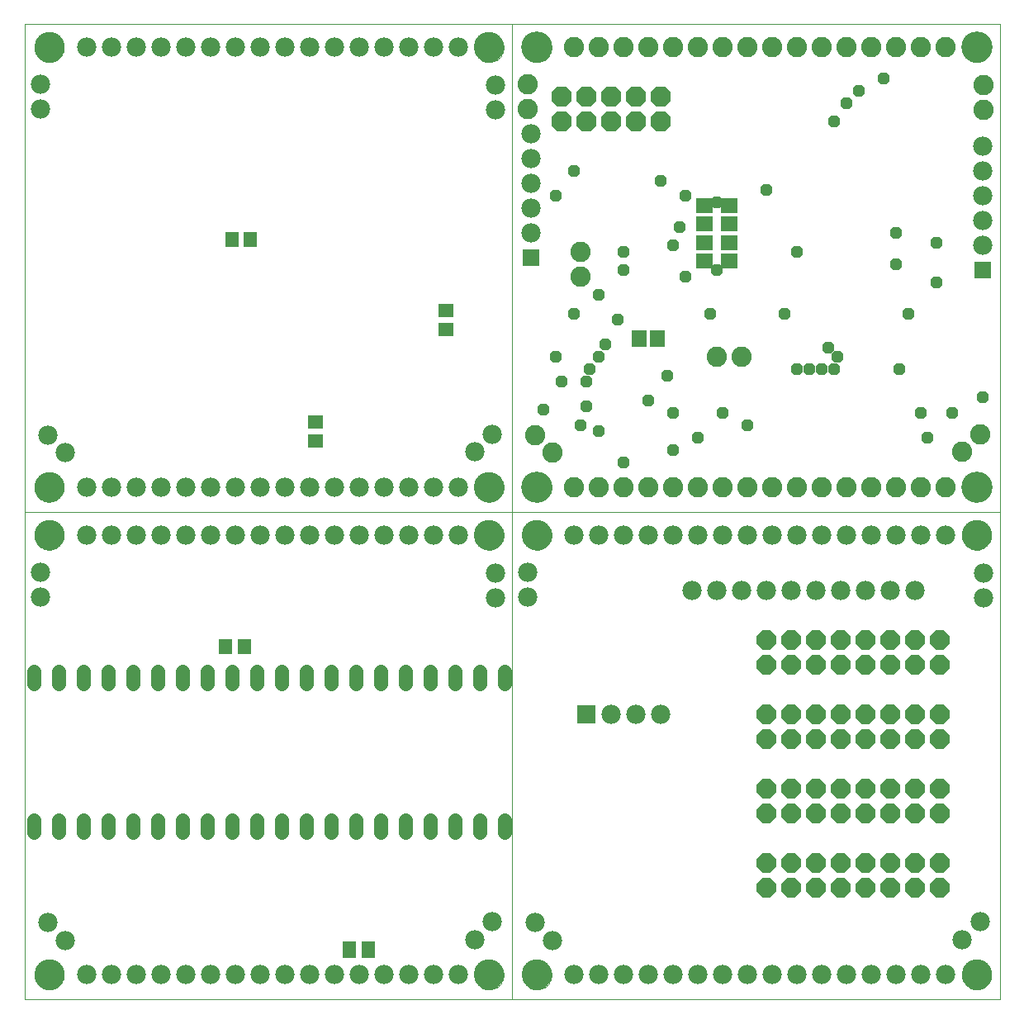
<source format=gbs>
G75*
G70*
%OFA0B0*%
%FSLAX25Y25*%
%IPPOS*%
%LPD*%
%AMOC8*
5,1,8,0,0,1.08239X$1,22.5*
%
%ADD22C,0.05600*%
%ADD24OC8,0.04800*%
%ADD25OC8,0.04760*%
%ADD26R,0.06310X0.05520*%
%ADD27C,0.07800*%
%ADD30R,0.05520X0.06310*%
%ADD32OC8,0.07800*%
%ADD40OC8,0.08200*%
%ADD41R,0.07800X0.07800*%
%ADD46C,0.12210*%
%ADD49C,0.08200*%
%ADD54R,0.06740X0.06740*%
%ADD65R,0.06710X0.05920*%
%ADD70C,0.12610*%
%ADD72R,0.05920X0.06710*%
%ADD82C,0.00000*%
%ADD86R,0.05520X0.06700*%
X0000000Y0000000D02*
G75*
%LPD*%
D82*
X0000000Y0000000D02*
X0000000Y0196850D01*
X0196850Y0196850D01*
X0196850Y0000000D01*
X0000000Y0000000D01*
X0004090Y0010000D02*
X0004110Y0010480D01*
X0004170Y0010960D01*
X0004270Y0011430D01*
X0004400Y0011890D01*
X0004580Y0012340D01*
X0004780Y0012780D01*
X0005030Y0013200D01*
X0005310Y0013590D01*
X0005610Y0013960D01*
X0005950Y0014300D01*
X0006320Y0014620D01*
X0006700Y0014910D01*
X0007110Y0015160D01*
X0007540Y0015380D01*
X0007990Y0015560D01*
X0008450Y0015700D01*
X0008920Y0015810D01*
X0009400Y0015880D01*
X0009880Y0015910D01*
X0010360Y0015900D01*
X0010840Y0015850D01*
X0011320Y0015760D01*
X0011780Y0015640D01*
X0012230Y0015470D01*
X0012670Y0015270D01*
X0013090Y0015040D01*
X0013490Y0014770D01*
X0013870Y0014470D01*
X0014220Y0014140D01*
X0014540Y0013780D01*
X0014840Y0013400D01*
X0015100Y0012990D01*
X0015320Y0012560D01*
X0015520Y0012120D01*
X0015670Y0011670D01*
X0015790Y0011200D01*
X0015870Y0010720D01*
X0015910Y0010240D01*
X0015910Y0009760D01*
X0015870Y0009280D01*
X0015790Y0008800D01*
X0015670Y0008330D01*
X0015520Y0007880D01*
X0015320Y0007440D01*
X0015100Y0007010D01*
X0014840Y0006600D01*
X0014540Y0006220D01*
X0014220Y0005860D01*
X0013870Y0005530D01*
X0013490Y0005230D01*
X0013090Y0004960D01*
X0012670Y0004730D01*
X0012230Y0004530D01*
X0011780Y0004360D01*
X0011320Y0004240D01*
X0010840Y0004150D01*
X0010360Y0004100D01*
X0009880Y0004090D01*
X0009400Y0004120D01*
X0008920Y0004190D01*
X0008450Y0004300D01*
X0007990Y0004440D01*
X0007540Y0004620D01*
X0007110Y0004840D01*
X0006700Y0005090D01*
X0006320Y0005380D01*
X0005950Y0005700D01*
X0005610Y0006040D01*
X0005310Y0006410D01*
X0005030Y0006800D01*
X0004780Y0007220D01*
X0004580Y0007660D01*
X0004400Y0008110D01*
X0004270Y0008570D01*
X0004170Y0009040D01*
X0004110Y0009520D01*
X0004090Y0010000D01*
X0004090Y0187500D02*
X0004110Y0187980D01*
X0004170Y0188460D01*
X0004270Y0188930D01*
X0004400Y0189390D01*
X0004580Y0189840D01*
X0004780Y0190280D01*
X0005030Y0190700D01*
X0005310Y0191090D01*
X0005610Y0191460D01*
X0005950Y0191800D01*
X0006320Y0192120D01*
X0006700Y0192410D01*
X0007110Y0192660D01*
X0007540Y0192880D01*
X0007990Y0193060D01*
X0008450Y0193200D01*
X0008920Y0193310D01*
X0009400Y0193380D01*
X0009880Y0193410D01*
X0010360Y0193400D01*
X0010840Y0193350D01*
X0011320Y0193260D01*
X0011780Y0193140D01*
X0012230Y0192970D01*
X0012670Y0192770D01*
X0013090Y0192540D01*
X0013490Y0192270D01*
X0013870Y0191970D01*
X0014220Y0191640D01*
X0014540Y0191280D01*
X0014840Y0190900D01*
X0015100Y0190490D01*
X0015320Y0190060D01*
X0015520Y0189620D01*
X0015670Y0189170D01*
X0015790Y0188700D01*
X0015870Y0188220D01*
X0015910Y0187740D01*
X0015910Y0187260D01*
X0015870Y0186780D01*
X0015790Y0186300D01*
X0015670Y0185830D01*
X0015520Y0185380D01*
X0015320Y0184940D01*
X0015100Y0184510D01*
X0014840Y0184100D01*
X0014540Y0183720D01*
X0014220Y0183360D01*
X0013870Y0183030D01*
X0013490Y0182730D01*
X0013090Y0182460D01*
X0012670Y0182230D01*
X0012230Y0182030D01*
X0011780Y0181860D01*
X0011320Y0181740D01*
X0010840Y0181650D01*
X0010360Y0181600D01*
X0009880Y0181590D01*
X0009400Y0181620D01*
X0008920Y0181690D01*
X0008450Y0181800D01*
X0007990Y0181940D01*
X0007540Y0182120D01*
X0007110Y0182340D01*
X0006700Y0182590D01*
X0006320Y0182880D01*
X0005950Y0183200D01*
X0005610Y0183540D01*
X0005310Y0183910D01*
X0005030Y0184300D01*
X0004780Y0184720D01*
X0004580Y0185160D01*
X0004400Y0185610D01*
X0004270Y0186070D01*
X0004170Y0186540D01*
X0004110Y0187020D01*
X0004090Y0187500D01*
X0181590Y0187500D02*
X0181610Y0187980D01*
X0181670Y0188460D01*
X0181770Y0188930D01*
X0181900Y0189390D01*
X0182080Y0189840D01*
X0182280Y0190280D01*
X0182530Y0190700D01*
X0182810Y0191090D01*
X0183110Y0191460D01*
X0183450Y0191800D01*
X0183820Y0192120D01*
X0184200Y0192410D01*
X0184610Y0192660D01*
X0185040Y0192880D01*
X0185490Y0193060D01*
X0185950Y0193200D01*
X0186420Y0193310D01*
X0186900Y0193380D01*
X0187380Y0193410D01*
X0187860Y0193400D01*
X0188340Y0193350D01*
X0188820Y0193260D01*
X0189280Y0193140D01*
X0189730Y0192970D01*
X0190170Y0192770D01*
X0190590Y0192540D01*
X0190990Y0192270D01*
X0191370Y0191970D01*
X0191720Y0191640D01*
X0192040Y0191280D01*
X0192340Y0190900D01*
X0192600Y0190490D01*
X0192820Y0190060D01*
X0193020Y0189620D01*
X0193170Y0189170D01*
X0193290Y0188700D01*
X0193370Y0188220D01*
X0193410Y0187740D01*
X0193410Y0187260D01*
X0193370Y0186780D01*
X0193290Y0186300D01*
X0193170Y0185830D01*
X0193020Y0185380D01*
X0192820Y0184940D01*
X0192600Y0184510D01*
X0192340Y0184100D01*
X0192040Y0183720D01*
X0191720Y0183360D01*
X0191370Y0183030D01*
X0190990Y0182730D01*
X0190590Y0182460D01*
X0190170Y0182230D01*
X0189730Y0182030D01*
X0189280Y0181860D01*
X0188820Y0181740D01*
X0188340Y0181650D01*
X0187860Y0181600D01*
X0187380Y0181590D01*
X0186900Y0181620D01*
X0186420Y0181690D01*
X0185950Y0181800D01*
X0185490Y0181940D01*
X0185040Y0182120D01*
X0184610Y0182340D01*
X0184200Y0182590D01*
X0183820Y0182880D01*
X0183450Y0183200D01*
X0183110Y0183540D01*
X0182810Y0183910D01*
X0182530Y0184300D01*
X0182280Y0184720D01*
X0182080Y0185160D01*
X0181900Y0185610D01*
X0181770Y0186070D01*
X0181670Y0186540D01*
X0181610Y0187020D01*
X0181590Y0187500D01*
X0181590Y0010000D02*
X0181610Y0010480D01*
X0181670Y0010960D01*
X0181770Y0011430D01*
X0181900Y0011890D01*
X0182080Y0012340D01*
X0182280Y0012780D01*
X0182530Y0013200D01*
X0182810Y0013590D01*
X0183110Y0013960D01*
X0183450Y0014300D01*
X0183820Y0014620D01*
X0184200Y0014910D01*
X0184610Y0015160D01*
X0185040Y0015380D01*
X0185490Y0015560D01*
X0185950Y0015700D01*
X0186420Y0015810D01*
X0186900Y0015880D01*
X0187380Y0015910D01*
X0187860Y0015900D01*
X0188340Y0015850D01*
X0188820Y0015760D01*
X0189280Y0015640D01*
X0189730Y0015470D01*
X0190170Y0015270D01*
X0190590Y0015040D01*
X0190990Y0014770D01*
X0191370Y0014470D01*
X0191720Y0014140D01*
X0192040Y0013780D01*
X0192340Y0013400D01*
X0192600Y0012990D01*
X0192820Y0012560D01*
X0193020Y0012120D01*
X0193170Y0011670D01*
X0193290Y0011200D01*
X0193370Y0010720D01*
X0193410Y0010240D01*
X0193410Y0009760D01*
X0193370Y0009280D01*
X0193290Y0008800D01*
X0193170Y0008330D01*
X0193020Y0007880D01*
X0192820Y0007440D01*
X0192600Y0007010D01*
X0192340Y0006600D01*
X0192040Y0006220D01*
X0191720Y0005860D01*
X0191370Y0005530D01*
X0190990Y0005230D01*
X0190590Y0004960D01*
X0190170Y0004730D01*
X0189730Y0004530D01*
X0189280Y0004360D01*
X0188820Y0004240D01*
X0188340Y0004150D01*
X0187860Y0004100D01*
X0187380Y0004090D01*
X0186900Y0004120D01*
X0186420Y0004190D01*
X0185950Y0004300D01*
X0185490Y0004440D01*
X0185040Y0004620D01*
X0184610Y0004840D01*
X0184200Y0005090D01*
X0183820Y0005380D01*
X0183450Y0005700D01*
X0183110Y0006040D01*
X0182810Y0006410D01*
X0182530Y0006800D01*
X0182280Y0007220D01*
X0182080Y0007660D01*
X0181900Y0008110D01*
X0181770Y0008570D01*
X0181670Y0009040D01*
X0181610Y0009520D01*
X0181590Y0010000D01*
D46*
X0187500Y0010000D03*
X0010000Y0010000D03*
X0010000Y0187500D03*
X0187500Y0187500D03*
D27*
X0175000Y0187500D03*
X0165000Y0187500D03*
X0155000Y0187500D03*
X0145000Y0187500D03*
X0135000Y0187500D03*
X0125000Y0187500D03*
X0115000Y0187500D03*
X0105000Y0187500D03*
X0095000Y0187500D03*
X0085000Y0187500D03*
X0075000Y0187500D03*
X0065000Y0187500D03*
X0055000Y0187500D03*
X0045000Y0187500D03*
X0035000Y0187500D03*
X0025000Y0187500D03*
X0006460Y0172500D03*
X0006460Y0162500D03*
X0009390Y0031040D03*
X0016460Y0023960D03*
X0025000Y0010000D03*
X0035000Y0010000D03*
X0045000Y0010000D03*
X0055000Y0010000D03*
X0065000Y0010000D03*
X0075000Y0010000D03*
X0085000Y0010000D03*
X0095000Y0010000D03*
X0105000Y0010000D03*
X0115000Y0010000D03*
X0125000Y0010000D03*
X0135000Y0010000D03*
X0145000Y0010000D03*
X0155000Y0010000D03*
X0165000Y0010000D03*
X0175000Y0010000D03*
X0181770Y0024270D03*
X0188840Y0031340D03*
X0190300Y0162200D03*
X0190300Y0172200D03*
D22*
X0193750Y0132600D02*
X0193750Y0127400D01*
X0183750Y0127400D02*
X0183750Y0132600D01*
X0173750Y0132600D02*
X0173750Y0127400D01*
X0163750Y0127400D02*
X0163750Y0132600D01*
X0153750Y0132600D02*
X0153750Y0127400D01*
X0143750Y0127400D02*
X0143750Y0132600D01*
X0133750Y0132600D02*
X0133750Y0127400D01*
X0123750Y0127400D02*
X0123750Y0132600D01*
X0113750Y0132600D02*
X0113750Y0127400D01*
X0103750Y0127400D02*
X0103750Y0132600D01*
X0093750Y0132600D02*
X0093750Y0127400D01*
X0083750Y0127400D02*
X0083750Y0132600D01*
X0073750Y0132600D02*
X0073750Y0127400D01*
X0063750Y0127400D02*
X0063750Y0132600D01*
X0053750Y0132600D02*
X0053750Y0127400D01*
X0043750Y0127400D02*
X0043750Y0132600D01*
X0033750Y0132600D02*
X0033750Y0127400D01*
X0023750Y0127400D02*
X0023750Y0132600D01*
X0013750Y0132600D02*
X0013750Y0127400D01*
X0003750Y0127400D02*
X0003750Y0132600D01*
X0003750Y0072600D02*
X0003750Y0067400D01*
X0013750Y0067400D02*
X0013750Y0072600D01*
X0023750Y0072600D02*
X0023750Y0067400D01*
X0033750Y0067400D02*
X0033750Y0072600D01*
X0043750Y0072600D02*
X0043750Y0067400D01*
X0053750Y0067400D02*
X0053750Y0072600D01*
X0063750Y0072600D02*
X0063750Y0067400D01*
X0073750Y0067400D02*
X0073750Y0072600D01*
X0083750Y0072600D02*
X0083750Y0067400D01*
X0093750Y0067400D02*
X0093750Y0072600D01*
X0103750Y0072600D02*
X0103750Y0067400D01*
X0113750Y0067400D02*
X0113750Y0072600D01*
X0123750Y0072600D02*
X0123750Y0067400D01*
X0133750Y0067400D02*
X0133750Y0072600D01*
X0143750Y0072600D02*
X0143750Y0067400D01*
X0153750Y0067400D02*
X0153750Y0072600D01*
X0163750Y0072600D02*
X0163750Y0067400D01*
X0173750Y0067400D02*
X0173750Y0072600D01*
X0183750Y0072600D02*
X0183750Y0067400D01*
X0193750Y0067400D02*
X0193750Y0072600D01*
D30*
X0088740Y0142500D03*
X0081260Y0142500D03*
D86*
X0131260Y0020000D03*
X0138740Y0020000D03*
X0196850Y0000000D02*
G75*
%LPD*%
D82*
X0196850Y0000000D02*
X0196850Y0196850D01*
X0393700Y0196850D01*
X0393700Y0000000D01*
X0196850Y0000000D01*
X0200940Y0010000D02*
X0200960Y0010480D01*
X0201020Y0010960D01*
X0201120Y0011430D01*
X0201250Y0011890D01*
X0201430Y0012340D01*
X0201630Y0012780D01*
X0201880Y0013200D01*
X0202160Y0013590D01*
X0202460Y0013960D01*
X0202800Y0014300D01*
X0203170Y0014620D01*
X0203550Y0014910D01*
X0203960Y0015160D01*
X0204390Y0015380D01*
X0204840Y0015560D01*
X0205300Y0015700D01*
X0205770Y0015810D01*
X0206250Y0015880D01*
X0206730Y0015910D01*
X0207210Y0015900D01*
X0207690Y0015850D01*
X0208170Y0015760D01*
X0208630Y0015640D01*
X0209080Y0015470D01*
X0209520Y0015270D01*
X0209940Y0015040D01*
X0210340Y0014770D01*
X0210720Y0014470D01*
X0211070Y0014140D01*
X0211390Y0013780D01*
X0211690Y0013400D01*
X0211950Y0012990D01*
X0212170Y0012560D01*
X0212370Y0012120D01*
X0212520Y0011670D01*
X0212640Y0011200D01*
X0212720Y0010720D01*
X0212760Y0010240D01*
X0212760Y0009760D01*
X0212720Y0009280D01*
X0212640Y0008800D01*
X0212520Y0008330D01*
X0212370Y0007880D01*
X0212170Y0007440D01*
X0211950Y0007010D01*
X0211690Y0006600D01*
X0211390Y0006220D01*
X0211070Y0005860D01*
X0210720Y0005530D01*
X0210340Y0005230D01*
X0209940Y0004960D01*
X0209520Y0004730D01*
X0209080Y0004530D01*
X0208630Y0004360D01*
X0208170Y0004240D01*
X0207690Y0004150D01*
X0207210Y0004100D01*
X0206730Y0004090D01*
X0206250Y0004120D01*
X0205770Y0004190D01*
X0205300Y0004300D01*
X0204840Y0004440D01*
X0204390Y0004620D01*
X0203960Y0004840D01*
X0203550Y0005090D01*
X0203170Y0005380D01*
X0202800Y0005700D01*
X0202460Y0006040D01*
X0202160Y0006410D01*
X0201880Y0006800D01*
X0201630Y0007220D01*
X0201430Y0007660D01*
X0201250Y0008110D01*
X0201120Y0008570D01*
X0201020Y0009040D01*
X0200960Y0009520D01*
X0200940Y0010000D01*
X0200940Y0187500D02*
X0200960Y0187980D01*
X0201020Y0188460D01*
X0201120Y0188930D01*
X0201250Y0189390D01*
X0201430Y0189840D01*
X0201630Y0190280D01*
X0201880Y0190700D01*
X0202160Y0191090D01*
X0202460Y0191460D01*
X0202800Y0191800D01*
X0203170Y0192120D01*
X0203550Y0192410D01*
X0203960Y0192660D01*
X0204390Y0192880D01*
X0204840Y0193060D01*
X0205300Y0193200D01*
X0205770Y0193310D01*
X0206250Y0193380D01*
X0206730Y0193410D01*
X0207210Y0193400D01*
X0207690Y0193350D01*
X0208170Y0193260D01*
X0208630Y0193140D01*
X0209080Y0192970D01*
X0209520Y0192770D01*
X0209940Y0192540D01*
X0210340Y0192270D01*
X0210720Y0191970D01*
X0211070Y0191640D01*
X0211390Y0191280D01*
X0211690Y0190900D01*
X0211950Y0190490D01*
X0212170Y0190060D01*
X0212370Y0189620D01*
X0212520Y0189170D01*
X0212640Y0188700D01*
X0212720Y0188220D01*
X0212760Y0187740D01*
X0212760Y0187260D01*
X0212720Y0186780D01*
X0212640Y0186300D01*
X0212520Y0185830D01*
X0212370Y0185380D01*
X0212170Y0184940D01*
X0211950Y0184510D01*
X0211690Y0184100D01*
X0211390Y0183720D01*
X0211070Y0183360D01*
X0210720Y0183030D01*
X0210340Y0182730D01*
X0209940Y0182460D01*
X0209520Y0182230D01*
X0209080Y0182030D01*
X0208630Y0181860D01*
X0208170Y0181740D01*
X0207690Y0181650D01*
X0207210Y0181600D01*
X0206730Y0181590D01*
X0206250Y0181620D01*
X0205770Y0181690D01*
X0205300Y0181800D01*
X0204840Y0181940D01*
X0204390Y0182120D01*
X0203960Y0182340D01*
X0203550Y0182590D01*
X0203170Y0182880D01*
X0202800Y0183200D01*
X0202460Y0183540D01*
X0202160Y0183910D01*
X0201880Y0184300D01*
X0201630Y0184720D01*
X0201430Y0185160D01*
X0201250Y0185610D01*
X0201120Y0186070D01*
X0201020Y0186540D01*
X0200960Y0187020D01*
X0200940Y0187500D01*
X0378440Y0187500D02*
X0378460Y0187980D01*
X0378520Y0188460D01*
X0378620Y0188930D01*
X0378750Y0189390D01*
X0378930Y0189840D01*
X0379130Y0190280D01*
X0379380Y0190700D01*
X0379660Y0191090D01*
X0379960Y0191460D01*
X0380300Y0191800D01*
X0380670Y0192120D01*
X0381050Y0192410D01*
X0381460Y0192660D01*
X0381890Y0192880D01*
X0382340Y0193060D01*
X0382800Y0193200D01*
X0383270Y0193310D01*
X0383750Y0193380D01*
X0384230Y0193410D01*
X0384710Y0193400D01*
X0385190Y0193350D01*
X0385670Y0193260D01*
X0386130Y0193140D01*
X0386580Y0192970D01*
X0387020Y0192770D01*
X0387440Y0192540D01*
X0387840Y0192270D01*
X0388220Y0191970D01*
X0388570Y0191640D01*
X0388890Y0191280D01*
X0389190Y0190900D01*
X0389450Y0190490D01*
X0389670Y0190060D01*
X0389870Y0189620D01*
X0390020Y0189170D01*
X0390140Y0188700D01*
X0390220Y0188220D01*
X0390260Y0187740D01*
X0390260Y0187260D01*
X0390220Y0186780D01*
X0390140Y0186300D01*
X0390020Y0185830D01*
X0389870Y0185380D01*
X0389670Y0184940D01*
X0389450Y0184510D01*
X0389190Y0184100D01*
X0388890Y0183720D01*
X0388570Y0183360D01*
X0388220Y0183030D01*
X0387840Y0182730D01*
X0387440Y0182460D01*
X0387020Y0182230D01*
X0386580Y0182030D01*
X0386130Y0181860D01*
X0385670Y0181740D01*
X0385190Y0181650D01*
X0384710Y0181600D01*
X0384230Y0181590D01*
X0383750Y0181620D01*
X0383270Y0181690D01*
X0382800Y0181800D01*
X0382340Y0181940D01*
X0381890Y0182120D01*
X0381460Y0182340D01*
X0381050Y0182590D01*
X0380670Y0182880D01*
X0380300Y0183200D01*
X0379960Y0183540D01*
X0379660Y0183910D01*
X0379380Y0184300D01*
X0379130Y0184720D01*
X0378930Y0185160D01*
X0378750Y0185610D01*
X0378620Y0186070D01*
X0378520Y0186540D01*
X0378460Y0187020D01*
X0378440Y0187500D01*
X0378440Y0010000D02*
X0378460Y0010480D01*
X0378520Y0010960D01*
X0378620Y0011430D01*
X0378750Y0011890D01*
X0378930Y0012340D01*
X0379130Y0012780D01*
X0379380Y0013200D01*
X0379660Y0013590D01*
X0379960Y0013960D01*
X0380300Y0014300D01*
X0380670Y0014620D01*
X0381050Y0014910D01*
X0381460Y0015160D01*
X0381890Y0015380D01*
X0382340Y0015560D01*
X0382800Y0015700D01*
X0383270Y0015810D01*
X0383750Y0015880D01*
X0384230Y0015910D01*
X0384710Y0015900D01*
X0385190Y0015850D01*
X0385670Y0015760D01*
X0386130Y0015640D01*
X0386580Y0015470D01*
X0387020Y0015270D01*
X0387440Y0015040D01*
X0387840Y0014770D01*
X0388220Y0014470D01*
X0388570Y0014140D01*
X0388890Y0013780D01*
X0389190Y0013400D01*
X0389450Y0012990D01*
X0389670Y0012560D01*
X0389870Y0012120D01*
X0390020Y0011670D01*
X0390140Y0011200D01*
X0390220Y0010720D01*
X0390260Y0010240D01*
X0390260Y0009760D01*
X0390220Y0009280D01*
X0390140Y0008800D01*
X0390020Y0008330D01*
X0389870Y0007880D01*
X0389670Y0007440D01*
X0389450Y0007010D01*
X0389190Y0006600D01*
X0388890Y0006220D01*
X0388570Y0005860D01*
X0388220Y0005530D01*
X0387840Y0005230D01*
X0387440Y0004960D01*
X0387020Y0004730D01*
X0386580Y0004530D01*
X0386130Y0004360D01*
X0385670Y0004240D01*
X0385190Y0004150D01*
X0384710Y0004100D01*
X0384230Y0004090D01*
X0383750Y0004120D01*
X0383270Y0004190D01*
X0382800Y0004300D01*
X0382340Y0004440D01*
X0381890Y0004620D01*
X0381460Y0004840D01*
X0381050Y0005090D01*
X0380670Y0005380D01*
X0380300Y0005700D01*
X0379960Y0006040D01*
X0379660Y0006410D01*
X0379380Y0006800D01*
X0379130Y0007220D01*
X0378930Y0007660D01*
X0378750Y0008110D01*
X0378620Y0008570D01*
X0378520Y0009040D01*
X0378460Y0009520D01*
X0378440Y0010000D01*
D46*
X0384350Y0010000D03*
X0206850Y0010000D03*
X0206850Y0187500D03*
X0384350Y0187500D03*
D27*
X0371850Y0187500D03*
X0361850Y0187500D03*
X0351850Y0187500D03*
X0341850Y0187500D03*
X0331850Y0187500D03*
X0321850Y0187500D03*
X0311850Y0187500D03*
X0301850Y0187500D03*
X0291850Y0187500D03*
X0281850Y0187500D03*
X0271850Y0187500D03*
X0261850Y0187500D03*
X0251850Y0187500D03*
X0241850Y0187500D03*
X0231850Y0187500D03*
X0221850Y0187500D03*
X0203310Y0172500D03*
X0203310Y0162500D03*
X0236850Y0115000D03*
X0246850Y0115000D03*
X0256850Y0115000D03*
X0269350Y0165000D03*
X0279350Y0165000D03*
X0289350Y0165000D03*
X0299350Y0165000D03*
X0309350Y0165000D03*
X0319350Y0165000D03*
X0329350Y0165000D03*
X0339350Y0165000D03*
X0349350Y0165000D03*
X0359350Y0165000D03*
X0387150Y0162200D03*
X0387150Y0172200D03*
X0385680Y0031340D03*
X0378610Y0024270D03*
X0371850Y0010000D03*
X0361850Y0010000D03*
X0351850Y0010000D03*
X0341850Y0010000D03*
X0331850Y0010000D03*
X0321850Y0010000D03*
X0311850Y0010000D03*
X0301850Y0010000D03*
X0291850Y0010000D03*
X0281850Y0010000D03*
X0271850Y0010000D03*
X0261850Y0010000D03*
X0251850Y0010000D03*
X0241850Y0010000D03*
X0231850Y0010000D03*
X0221850Y0010000D03*
X0213310Y0023960D03*
X0206240Y0031040D03*
D32*
X0299350Y0045000D03*
X0309350Y0045000D03*
X0319350Y0045000D03*
X0329350Y0045000D03*
X0339350Y0045000D03*
X0349350Y0045000D03*
X0359350Y0045000D03*
X0369350Y0045000D03*
X0369350Y0055000D03*
X0359350Y0055000D03*
X0349350Y0055000D03*
X0339350Y0055000D03*
X0329350Y0055000D03*
X0319350Y0055000D03*
X0309350Y0055000D03*
X0299350Y0055000D03*
X0299350Y0075000D03*
X0309350Y0075000D03*
X0319350Y0075000D03*
X0329350Y0075000D03*
X0339350Y0075000D03*
X0349350Y0075000D03*
X0359350Y0075000D03*
X0369350Y0075000D03*
X0369350Y0085000D03*
X0359350Y0085000D03*
X0349350Y0085000D03*
X0339350Y0085000D03*
X0329350Y0085000D03*
X0319350Y0085000D03*
X0309350Y0085000D03*
X0299350Y0085000D03*
X0299350Y0105000D03*
X0309350Y0105000D03*
X0319350Y0105000D03*
X0329350Y0105000D03*
X0339350Y0105000D03*
X0349350Y0105000D03*
X0359350Y0105000D03*
X0369350Y0105000D03*
X0369350Y0115000D03*
X0359350Y0115000D03*
X0349350Y0115000D03*
X0339350Y0115000D03*
X0329350Y0115000D03*
X0319350Y0115000D03*
X0309350Y0115000D03*
X0299350Y0115000D03*
X0299350Y0135000D03*
X0309350Y0135000D03*
X0319350Y0135000D03*
X0329350Y0135000D03*
X0339350Y0135000D03*
X0349350Y0135000D03*
X0359350Y0135000D03*
X0369350Y0135000D03*
X0369350Y0145000D03*
X0359350Y0145000D03*
X0349350Y0145000D03*
X0339350Y0145000D03*
X0329350Y0145000D03*
X0319350Y0145000D03*
X0309350Y0145000D03*
X0299350Y0145000D03*
D41*
X0226850Y0115000D03*
X0000000Y0196850D02*
G75*
%LPD*%
D82*
X0000000Y0196850D02*
X0000000Y0393700D01*
X0196850Y0393700D01*
X0196850Y0196850D01*
X0000000Y0196850D01*
X0004090Y0206850D02*
X0004110Y0207330D01*
X0004170Y0207810D01*
X0004270Y0208280D01*
X0004400Y0208740D01*
X0004580Y0209190D01*
X0004780Y0209630D01*
X0005030Y0210050D01*
X0005310Y0210440D01*
X0005610Y0210810D01*
X0005950Y0211150D01*
X0006320Y0211470D01*
X0006700Y0211760D01*
X0007110Y0212010D01*
X0007540Y0212230D01*
X0007990Y0212410D01*
X0008450Y0212550D01*
X0008920Y0212660D01*
X0009400Y0212730D01*
X0009880Y0212760D01*
X0010360Y0212750D01*
X0010840Y0212700D01*
X0011320Y0212610D01*
X0011780Y0212490D01*
X0012230Y0212320D01*
X0012670Y0212120D01*
X0013090Y0211890D01*
X0013490Y0211620D01*
X0013870Y0211320D01*
X0014220Y0210990D01*
X0014540Y0210630D01*
X0014840Y0210250D01*
X0015100Y0209840D01*
X0015320Y0209410D01*
X0015520Y0208970D01*
X0015670Y0208520D01*
X0015790Y0208050D01*
X0015870Y0207570D01*
X0015910Y0207090D01*
X0015910Y0206610D01*
X0015870Y0206130D01*
X0015790Y0205650D01*
X0015670Y0205180D01*
X0015520Y0204730D01*
X0015320Y0204290D01*
X0015100Y0203860D01*
X0014840Y0203450D01*
X0014540Y0203070D01*
X0014220Y0202710D01*
X0013870Y0202380D01*
X0013490Y0202080D01*
X0013090Y0201810D01*
X0012670Y0201580D01*
X0012230Y0201380D01*
X0011780Y0201210D01*
X0011320Y0201090D01*
X0010840Y0201000D01*
X0010360Y0200950D01*
X0009880Y0200940D01*
X0009400Y0200970D01*
X0008920Y0201040D01*
X0008450Y0201150D01*
X0007990Y0201290D01*
X0007540Y0201470D01*
X0007110Y0201690D01*
X0006700Y0201940D01*
X0006320Y0202230D01*
X0005950Y0202550D01*
X0005610Y0202890D01*
X0005310Y0203260D01*
X0005030Y0203650D01*
X0004780Y0204070D01*
X0004580Y0204510D01*
X0004400Y0204960D01*
X0004270Y0205420D01*
X0004170Y0205890D01*
X0004110Y0206370D01*
X0004090Y0206850D01*
X0004090Y0384350D02*
X0004110Y0384830D01*
X0004170Y0385310D01*
X0004270Y0385780D01*
X0004400Y0386240D01*
X0004580Y0386690D01*
X0004780Y0387130D01*
X0005030Y0387550D01*
X0005310Y0387940D01*
X0005610Y0388310D01*
X0005950Y0388650D01*
X0006320Y0388970D01*
X0006700Y0389260D01*
X0007110Y0389510D01*
X0007540Y0389730D01*
X0007990Y0389910D01*
X0008450Y0390050D01*
X0008920Y0390160D01*
X0009400Y0390230D01*
X0009880Y0390260D01*
X0010360Y0390250D01*
X0010840Y0390200D01*
X0011320Y0390110D01*
X0011780Y0389990D01*
X0012230Y0389820D01*
X0012670Y0389620D01*
X0013090Y0389390D01*
X0013490Y0389120D01*
X0013870Y0388820D01*
X0014220Y0388490D01*
X0014540Y0388130D01*
X0014840Y0387750D01*
X0015100Y0387340D01*
X0015320Y0386910D01*
X0015520Y0386470D01*
X0015670Y0386020D01*
X0015790Y0385550D01*
X0015870Y0385070D01*
X0015910Y0384590D01*
X0015910Y0384110D01*
X0015870Y0383630D01*
X0015790Y0383150D01*
X0015670Y0382680D01*
X0015520Y0382230D01*
X0015320Y0381790D01*
X0015100Y0381360D01*
X0014840Y0380950D01*
X0014540Y0380570D01*
X0014220Y0380210D01*
X0013870Y0379880D01*
X0013490Y0379580D01*
X0013090Y0379310D01*
X0012670Y0379080D01*
X0012230Y0378880D01*
X0011780Y0378710D01*
X0011320Y0378590D01*
X0010840Y0378500D01*
X0010360Y0378450D01*
X0009880Y0378440D01*
X0009400Y0378470D01*
X0008920Y0378540D01*
X0008450Y0378650D01*
X0007990Y0378790D01*
X0007540Y0378970D01*
X0007110Y0379190D01*
X0006700Y0379440D01*
X0006320Y0379730D01*
X0005950Y0380050D01*
X0005610Y0380390D01*
X0005310Y0380760D01*
X0005030Y0381150D01*
X0004780Y0381570D01*
X0004580Y0382010D01*
X0004400Y0382460D01*
X0004270Y0382920D01*
X0004170Y0383390D01*
X0004110Y0383870D01*
X0004090Y0384350D01*
X0181590Y0384350D02*
X0181610Y0384830D01*
X0181670Y0385310D01*
X0181770Y0385780D01*
X0181900Y0386240D01*
X0182080Y0386690D01*
X0182280Y0387130D01*
X0182530Y0387550D01*
X0182810Y0387940D01*
X0183110Y0388310D01*
X0183450Y0388650D01*
X0183820Y0388970D01*
X0184200Y0389260D01*
X0184610Y0389510D01*
X0185040Y0389730D01*
X0185490Y0389910D01*
X0185950Y0390050D01*
X0186420Y0390160D01*
X0186900Y0390230D01*
X0187380Y0390260D01*
X0187860Y0390250D01*
X0188340Y0390200D01*
X0188820Y0390110D01*
X0189280Y0389990D01*
X0189730Y0389820D01*
X0190170Y0389620D01*
X0190590Y0389390D01*
X0190990Y0389120D01*
X0191370Y0388820D01*
X0191720Y0388490D01*
X0192040Y0388130D01*
X0192340Y0387750D01*
X0192600Y0387340D01*
X0192820Y0386910D01*
X0193020Y0386470D01*
X0193170Y0386020D01*
X0193290Y0385550D01*
X0193370Y0385070D01*
X0193410Y0384590D01*
X0193410Y0384110D01*
X0193370Y0383630D01*
X0193290Y0383150D01*
X0193170Y0382680D01*
X0193020Y0382230D01*
X0192820Y0381790D01*
X0192600Y0381360D01*
X0192340Y0380950D01*
X0192040Y0380570D01*
X0191720Y0380210D01*
X0191370Y0379880D01*
X0190990Y0379580D01*
X0190590Y0379310D01*
X0190170Y0379080D01*
X0189730Y0378880D01*
X0189280Y0378710D01*
X0188820Y0378590D01*
X0188340Y0378500D01*
X0187860Y0378450D01*
X0187380Y0378440D01*
X0186900Y0378470D01*
X0186420Y0378540D01*
X0185950Y0378650D01*
X0185490Y0378790D01*
X0185040Y0378970D01*
X0184610Y0379190D01*
X0184200Y0379440D01*
X0183820Y0379730D01*
X0183450Y0380050D01*
X0183110Y0380390D01*
X0182810Y0380760D01*
X0182530Y0381150D01*
X0182280Y0381570D01*
X0182080Y0382010D01*
X0181900Y0382460D01*
X0181770Y0382920D01*
X0181670Y0383390D01*
X0181610Y0383870D01*
X0181590Y0384350D01*
X0181590Y0206850D02*
X0181610Y0207330D01*
X0181670Y0207810D01*
X0181770Y0208280D01*
X0181900Y0208740D01*
X0182080Y0209190D01*
X0182280Y0209630D01*
X0182530Y0210050D01*
X0182810Y0210440D01*
X0183110Y0210810D01*
X0183450Y0211150D01*
X0183820Y0211470D01*
X0184200Y0211760D01*
X0184610Y0212010D01*
X0185040Y0212230D01*
X0185490Y0212410D01*
X0185950Y0212550D01*
X0186420Y0212660D01*
X0186900Y0212730D01*
X0187380Y0212760D01*
X0187860Y0212750D01*
X0188340Y0212700D01*
X0188820Y0212610D01*
X0189280Y0212490D01*
X0189730Y0212320D01*
X0190170Y0212120D01*
X0190590Y0211890D01*
X0190990Y0211620D01*
X0191370Y0211320D01*
X0191720Y0210990D01*
X0192040Y0210630D01*
X0192340Y0210250D01*
X0192600Y0209840D01*
X0192820Y0209410D01*
X0193020Y0208970D01*
X0193170Y0208520D01*
X0193290Y0208050D01*
X0193370Y0207570D01*
X0193410Y0207090D01*
X0193410Y0206610D01*
X0193370Y0206130D01*
X0193290Y0205650D01*
X0193170Y0205180D01*
X0193020Y0204730D01*
X0192820Y0204290D01*
X0192600Y0203860D01*
X0192340Y0203450D01*
X0192040Y0203070D01*
X0191720Y0202710D01*
X0191370Y0202380D01*
X0190990Y0202080D01*
X0190590Y0201810D01*
X0190170Y0201580D01*
X0189730Y0201380D01*
X0189280Y0201210D01*
X0188820Y0201090D01*
X0188340Y0201000D01*
X0187860Y0200950D01*
X0187380Y0200940D01*
X0186900Y0200970D01*
X0186420Y0201040D01*
X0185950Y0201150D01*
X0185490Y0201290D01*
X0185040Y0201470D01*
X0184610Y0201690D01*
X0184200Y0201940D01*
X0183820Y0202230D01*
X0183450Y0202550D01*
X0183110Y0202890D01*
X0182810Y0203260D01*
X0182530Y0203650D01*
X0182280Y0204070D01*
X0182080Y0204510D01*
X0181900Y0204960D01*
X0181770Y0205420D01*
X0181670Y0205890D01*
X0181610Y0206370D01*
X0181590Y0206850D01*
D46*
X0187500Y0206850D03*
X0187500Y0384350D03*
X0010000Y0384350D03*
X0010000Y0206850D03*
D27*
X0016460Y0220810D03*
X0009390Y0227890D03*
X0025000Y0206850D03*
X0035000Y0206850D03*
X0045000Y0206850D03*
X0055000Y0206850D03*
X0065000Y0206850D03*
X0075000Y0206850D03*
X0085000Y0206850D03*
X0095000Y0206850D03*
X0105000Y0206850D03*
X0115000Y0206850D03*
X0125000Y0206850D03*
X0135000Y0206850D03*
X0145000Y0206850D03*
X0155000Y0206850D03*
X0165000Y0206850D03*
X0175000Y0206850D03*
X0181770Y0221120D03*
X0188840Y0228190D03*
X0190300Y0359050D03*
X0190300Y0369050D03*
X0175000Y0384350D03*
X0165000Y0384350D03*
X0155000Y0384350D03*
X0145000Y0384350D03*
X0135000Y0384350D03*
X0125000Y0384350D03*
X0115000Y0384350D03*
X0105000Y0384350D03*
X0095000Y0384350D03*
X0085000Y0384350D03*
X0075000Y0384350D03*
X0065000Y0384350D03*
X0055000Y0384350D03*
X0045000Y0384350D03*
X0035000Y0384350D03*
X0025000Y0384350D03*
X0006460Y0369350D03*
X0006460Y0359350D03*
D26*
X0117500Y0233090D03*
X0117500Y0225610D03*
X0170000Y0270610D03*
X0170000Y0278090D03*
D30*
X0091240Y0306850D03*
X0083760Y0306850D03*
X0196850Y0196850D02*
G75*
%LPD*%
D82*
X0196850Y0196850D02*
X0196850Y0393700D01*
X0393700Y0393700D01*
X0393700Y0196850D01*
X0196850Y0196850D01*
X0200940Y0206850D02*
X0200960Y0207330D01*
X0201020Y0207810D01*
X0201120Y0208280D01*
X0201250Y0208740D01*
X0201430Y0209190D01*
X0201630Y0209630D01*
X0201880Y0210050D01*
X0202160Y0210440D01*
X0202460Y0210810D01*
X0202800Y0211150D01*
X0203170Y0211470D01*
X0203550Y0211760D01*
X0203960Y0212010D01*
X0204390Y0212230D01*
X0204840Y0212410D01*
X0205300Y0212550D01*
X0205770Y0212660D01*
X0206250Y0212730D01*
X0206730Y0212760D01*
X0207210Y0212750D01*
X0207690Y0212700D01*
X0208170Y0212610D01*
X0208630Y0212490D01*
X0209080Y0212320D01*
X0209520Y0212120D01*
X0209940Y0211890D01*
X0210340Y0211620D01*
X0210720Y0211320D01*
X0211070Y0210990D01*
X0211390Y0210630D01*
X0211690Y0210250D01*
X0211950Y0209840D01*
X0212170Y0209410D01*
X0212370Y0208970D01*
X0212520Y0208520D01*
X0212640Y0208050D01*
X0212720Y0207570D01*
X0212760Y0207090D01*
X0212760Y0206610D01*
X0212720Y0206130D01*
X0212640Y0205650D01*
X0212520Y0205180D01*
X0212370Y0204730D01*
X0212170Y0204290D01*
X0211950Y0203860D01*
X0211690Y0203450D01*
X0211390Y0203070D01*
X0211070Y0202710D01*
X0210720Y0202380D01*
X0210340Y0202080D01*
X0209940Y0201810D01*
X0209520Y0201580D01*
X0209080Y0201380D01*
X0208630Y0201210D01*
X0208170Y0201090D01*
X0207690Y0201000D01*
X0207210Y0200950D01*
X0206730Y0200940D01*
X0206250Y0200970D01*
X0205770Y0201040D01*
X0205300Y0201150D01*
X0204840Y0201290D01*
X0204390Y0201470D01*
X0203960Y0201690D01*
X0203550Y0201940D01*
X0203170Y0202230D01*
X0202800Y0202550D01*
X0202460Y0202890D01*
X0202160Y0203260D01*
X0201880Y0203650D01*
X0201630Y0204070D01*
X0201430Y0204510D01*
X0201250Y0204960D01*
X0201120Y0205420D01*
X0201020Y0205890D01*
X0200960Y0206370D01*
X0200940Y0206850D01*
X0200940Y0384350D02*
X0200960Y0384830D01*
X0201020Y0385310D01*
X0201120Y0385780D01*
X0201250Y0386240D01*
X0201430Y0386690D01*
X0201630Y0387130D01*
X0201880Y0387550D01*
X0202160Y0387940D01*
X0202460Y0388310D01*
X0202800Y0388650D01*
X0203170Y0388970D01*
X0203550Y0389260D01*
X0203960Y0389510D01*
X0204390Y0389730D01*
X0204840Y0389910D01*
X0205300Y0390050D01*
X0205770Y0390160D01*
X0206250Y0390230D01*
X0206730Y0390260D01*
X0207210Y0390250D01*
X0207690Y0390200D01*
X0208170Y0390110D01*
X0208630Y0389990D01*
X0209080Y0389820D01*
X0209520Y0389620D01*
X0209940Y0389390D01*
X0210340Y0389120D01*
X0210720Y0388820D01*
X0211070Y0388490D01*
X0211390Y0388130D01*
X0211690Y0387750D01*
X0211950Y0387340D01*
X0212170Y0386910D01*
X0212370Y0386470D01*
X0212520Y0386020D01*
X0212640Y0385550D01*
X0212720Y0385070D01*
X0212760Y0384590D01*
X0212760Y0384110D01*
X0212720Y0383630D01*
X0212640Y0383150D01*
X0212520Y0382680D01*
X0212370Y0382230D01*
X0212170Y0381790D01*
X0211950Y0381360D01*
X0211690Y0380950D01*
X0211390Y0380570D01*
X0211070Y0380210D01*
X0210720Y0379880D01*
X0210340Y0379580D01*
X0209940Y0379310D01*
X0209520Y0379080D01*
X0209080Y0378880D01*
X0208630Y0378710D01*
X0208170Y0378590D01*
X0207690Y0378500D01*
X0207210Y0378450D01*
X0206730Y0378440D01*
X0206250Y0378470D01*
X0205770Y0378540D01*
X0205300Y0378650D01*
X0204840Y0378790D01*
X0204390Y0378970D01*
X0203960Y0379190D01*
X0203550Y0379440D01*
X0203170Y0379730D01*
X0202800Y0380050D01*
X0202460Y0380390D01*
X0202160Y0380760D01*
X0201880Y0381150D01*
X0201630Y0381570D01*
X0201430Y0382010D01*
X0201250Y0382460D01*
X0201120Y0382920D01*
X0201020Y0383390D01*
X0200960Y0383870D01*
X0200940Y0384350D01*
X0378440Y0384350D02*
X0378460Y0384830D01*
X0378520Y0385310D01*
X0378620Y0385780D01*
X0378750Y0386240D01*
X0378930Y0386690D01*
X0379130Y0387130D01*
X0379380Y0387550D01*
X0379660Y0387940D01*
X0379960Y0388310D01*
X0380300Y0388650D01*
X0380670Y0388970D01*
X0381050Y0389260D01*
X0381460Y0389510D01*
X0381890Y0389730D01*
X0382340Y0389910D01*
X0382800Y0390050D01*
X0383270Y0390160D01*
X0383750Y0390230D01*
X0384230Y0390260D01*
X0384710Y0390250D01*
X0385190Y0390200D01*
X0385670Y0390110D01*
X0386130Y0389990D01*
X0386580Y0389820D01*
X0387020Y0389620D01*
X0387440Y0389390D01*
X0387840Y0389120D01*
X0388220Y0388820D01*
X0388570Y0388490D01*
X0388890Y0388130D01*
X0389190Y0387750D01*
X0389450Y0387340D01*
X0389670Y0386910D01*
X0389870Y0386470D01*
X0390020Y0386020D01*
X0390140Y0385550D01*
X0390220Y0385070D01*
X0390260Y0384590D01*
X0390260Y0384110D01*
X0390220Y0383630D01*
X0390140Y0383150D01*
X0390020Y0382680D01*
X0389870Y0382230D01*
X0389670Y0381790D01*
X0389450Y0381360D01*
X0389190Y0380950D01*
X0388890Y0380570D01*
X0388570Y0380210D01*
X0388220Y0379880D01*
X0387840Y0379580D01*
X0387440Y0379310D01*
X0387020Y0379080D01*
X0386580Y0378880D01*
X0386130Y0378710D01*
X0385670Y0378590D01*
X0385190Y0378500D01*
X0384710Y0378450D01*
X0384230Y0378440D01*
X0383750Y0378470D01*
X0383270Y0378540D01*
X0382800Y0378650D01*
X0382340Y0378790D01*
X0381890Y0378970D01*
X0381460Y0379190D01*
X0381050Y0379440D01*
X0380670Y0379730D01*
X0380300Y0380050D01*
X0379960Y0380390D01*
X0379660Y0380760D01*
X0379380Y0381150D01*
X0379130Y0381570D01*
X0378930Y0382010D01*
X0378750Y0382460D01*
X0378620Y0382920D01*
X0378520Y0383390D01*
X0378460Y0383870D01*
X0378440Y0384350D01*
X0378440Y0206850D02*
X0378460Y0207330D01*
X0378520Y0207810D01*
X0378620Y0208280D01*
X0378750Y0208740D01*
X0378930Y0209190D01*
X0379130Y0209630D01*
X0379380Y0210050D01*
X0379660Y0210440D01*
X0379960Y0210810D01*
X0380300Y0211150D01*
X0380670Y0211470D01*
X0381050Y0211760D01*
X0381460Y0212010D01*
X0381890Y0212230D01*
X0382340Y0212410D01*
X0382800Y0212550D01*
X0383270Y0212660D01*
X0383750Y0212730D01*
X0384230Y0212760D01*
X0384710Y0212750D01*
X0385190Y0212700D01*
X0385670Y0212610D01*
X0386130Y0212490D01*
X0386580Y0212320D01*
X0387020Y0212120D01*
X0387440Y0211890D01*
X0387840Y0211620D01*
X0388220Y0211320D01*
X0388570Y0210990D01*
X0388890Y0210630D01*
X0389190Y0210250D01*
X0389450Y0209840D01*
X0389670Y0209410D01*
X0389870Y0208970D01*
X0390020Y0208520D01*
X0390140Y0208050D01*
X0390220Y0207570D01*
X0390260Y0207090D01*
X0390260Y0206610D01*
X0390220Y0206130D01*
X0390140Y0205650D01*
X0390020Y0205180D01*
X0389870Y0204730D01*
X0389670Y0204290D01*
X0389450Y0203860D01*
X0389190Y0203450D01*
X0388890Y0203070D01*
X0388570Y0202710D01*
X0388220Y0202380D01*
X0387840Y0202080D01*
X0387440Y0201810D01*
X0387020Y0201580D01*
X0386580Y0201380D01*
X0386130Y0201210D01*
X0385670Y0201090D01*
X0385190Y0201000D01*
X0384710Y0200950D01*
X0384230Y0200940D01*
X0383750Y0200970D01*
X0383270Y0201040D01*
X0382800Y0201150D01*
X0382340Y0201290D01*
X0381890Y0201470D01*
X0381460Y0201690D01*
X0381050Y0201940D01*
X0380670Y0202230D01*
X0380300Y0202550D01*
X0379960Y0202890D01*
X0379660Y0203260D01*
X0379380Y0203650D01*
X0379130Y0204070D01*
X0378930Y0204510D01*
X0378750Y0204960D01*
X0378620Y0205420D01*
X0378520Y0205890D01*
X0378460Y0206370D01*
X0378440Y0206850D01*
D70*
X0384350Y0206850D03*
X0206850Y0206850D03*
X0206850Y0384350D03*
X0384350Y0384350D03*
D49*
X0371850Y0384350D03*
X0361850Y0384350D03*
X0351850Y0384350D03*
X0341850Y0384350D03*
X0331850Y0384350D03*
X0321850Y0384350D03*
X0311850Y0384350D03*
X0301850Y0384350D03*
X0291850Y0384350D03*
X0281850Y0384350D03*
X0271850Y0384350D03*
X0261850Y0384350D03*
X0251850Y0384350D03*
X0241850Y0384350D03*
X0231850Y0384350D03*
X0221850Y0384350D03*
X0203310Y0369350D03*
X0203310Y0359350D03*
X0224350Y0301850D03*
X0224350Y0291850D03*
X0279350Y0259350D03*
X0289350Y0259350D03*
X0291850Y0206850D03*
X0301850Y0206850D03*
X0311850Y0206850D03*
X0321850Y0206850D03*
X0331850Y0206850D03*
X0341850Y0206850D03*
X0351850Y0206850D03*
X0361850Y0206850D03*
X0371850Y0206850D03*
X0378610Y0221120D03*
X0385680Y0228190D03*
X0281850Y0206850D03*
X0271850Y0206850D03*
X0261850Y0206850D03*
X0251850Y0206850D03*
X0241850Y0206850D03*
X0231850Y0206850D03*
X0221850Y0206850D03*
X0213310Y0220810D03*
X0206240Y0227890D03*
X0387150Y0359050D03*
X0387150Y0369050D03*
D40*
X0256850Y0364350D03*
X0256850Y0354350D03*
X0246850Y0354350D03*
X0246850Y0364350D03*
X0236850Y0364350D03*
X0236850Y0354350D03*
X0226850Y0354350D03*
X0226850Y0364350D03*
X0216850Y0364350D03*
X0216850Y0354350D03*
D54*
X0204350Y0299350D03*
X0386850Y0294350D03*
D27*
X0386850Y0304350D03*
X0386850Y0314350D03*
X0386850Y0324350D03*
X0386850Y0334350D03*
X0386850Y0344350D03*
X0204350Y0339350D03*
X0204350Y0329350D03*
X0204350Y0319350D03*
X0204350Y0309350D03*
X0204350Y0349350D03*
D65*
X0274350Y0320590D03*
X0274350Y0313110D03*
X0274350Y0305590D03*
X0274350Y0298110D03*
X0284350Y0298110D03*
X0284350Y0305590D03*
X0284350Y0313110D03*
X0284350Y0320590D03*
D72*
X0255590Y0266850D03*
X0248110Y0266850D03*
D24*
X0239350Y0274350D03*
X0234350Y0264350D03*
X0231850Y0259350D03*
X0228100Y0254350D03*
X0226850Y0249350D03*
X0226850Y0239350D03*
X0224350Y0231850D03*
X0231850Y0229350D03*
X0241850Y0216850D03*
X0261850Y0221850D03*
X0271850Y0226850D03*
X0281850Y0236850D03*
X0291850Y0231850D03*
X0311850Y0254350D03*
X0316850Y0254350D03*
X0321850Y0254350D03*
X0326850Y0254350D03*
X0328100Y0259350D03*
X0324350Y0263100D03*
X0353100Y0254350D03*
X0361850Y0236850D03*
X0364350Y0226850D03*
X0374350Y0236850D03*
X0386850Y0243100D03*
X0351850Y0296850D03*
X0351850Y0309350D03*
X0368100Y0305600D03*
X0326850Y0354350D03*
X0331850Y0361850D03*
X0336850Y0366850D03*
X0346850Y0371850D03*
X0299350Y0326850D03*
X0311850Y0301850D03*
X0276850Y0276850D03*
X0261850Y0304350D03*
X0241850Y0301850D03*
X0241850Y0294350D03*
X0231850Y0284350D03*
X0214350Y0259350D03*
X0216850Y0249350D03*
X0209350Y0238100D03*
X0251850Y0241850D03*
X0266850Y0324350D03*
D25*
X0256850Y0330600D03*
X0264350Y0311850D03*
X0279350Y0321850D03*
X0279350Y0294350D03*
X0266850Y0291850D03*
X0255600Y0266850D03*
X0259350Y0251850D03*
X0261850Y0236850D03*
X0221850Y0276850D03*
X0214350Y0324350D03*
X0221850Y0334350D03*
X0306850Y0276850D03*
X0356850Y0276850D03*
X0368100Y0289350D03*
M02*

</source>
